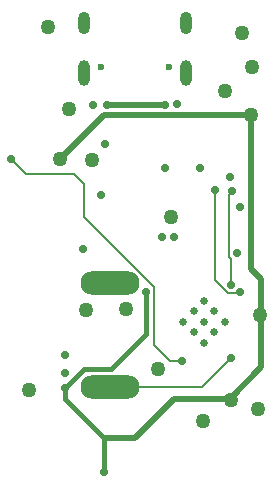
<source format=gbl>
G04*
G04 #@! TF.GenerationSoftware,Altium Limited,Altium Designer,21.7.2 (23)*
G04*
G04 Layer_Physical_Order=4*
G04 Layer_Color=16711680*
%FSLAX25Y25*%
%MOIN*%
G70*
G04*
G04 #@! TF.SameCoordinates,D6489F60-8050-45FC-BC62-49AB9328694B*
G04*
G04*
G04 #@! TF.FilePolarity,Positive*
G04*
G01*
G75*
%ADD63C,0.01500*%
%ADD65C,0.02000*%
%ADD67C,0.00669*%
%ADD71C,0.00669*%
%ADD73O,0.19685X0.07874*%
%ADD74C,0.02362*%
%ADD75O,0.03937X0.08661*%
%ADD76O,0.03937X0.07480*%
%ADD77C,0.05000*%
%ADD78C,0.02756*%
%ADD79C,0.02559*%
D63*
X37000Y37500D02*
X48500Y49000D01*
Y63000D01*
X28000Y37500D02*
X37000D01*
X21500Y31000D02*
X28000Y37500D01*
X21628Y27372D02*
X34500Y14500D01*
Y3000D02*
Y14500D01*
X21628Y27372D02*
Y30872D01*
X21500Y31000D02*
X21628Y30872D01*
D65*
X34500Y14500D02*
X45000D01*
X58000Y27500D01*
X76500D01*
X87000Y38000D01*
Y67500D01*
X83716Y70784D02*
X87000Y67500D01*
X83716Y70784D02*
Y122216D01*
X34622Y122122D02*
X83622D01*
X83716Y122216D01*
X20000Y107500D02*
X34622Y122122D01*
X35500Y125500D02*
X55000D01*
D67*
X67307Y31307D02*
X77000Y41000D01*
X36500Y31307D02*
X67307D01*
X3500Y107500D02*
X8500Y102500D01*
X24500D02*
X28000Y99000D01*
X8500Y102500D02*
X24500D01*
X28000Y88000D02*
Y99000D01*
Y88000D02*
X51213Y64787D01*
Y45287D02*
Y64787D01*
Y45287D02*
X56500Y40000D01*
X60500D01*
D71*
X72664Y66000D02*
Y66000D01*
X71500Y67164D02*
Y97000D01*
Y67164D02*
X72664Y66000D01*
Y66000D02*
X75876Y62787D01*
X79787D01*
X80000Y63000D01*
X76288Y74876D02*
Y95331D01*
X77237Y96280D01*
X77000Y65500D02*
Y74164D01*
X76288Y74876D02*
X77000Y74164D01*
X77237Y96280D02*
Y96845D01*
D73*
X36500Y31307D02*
D03*
Y65953D02*
D03*
D74*
X33583Y138201D02*
D03*
X56417D02*
D03*
D75*
X62028Y136232D02*
D03*
X27972D02*
D03*
D76*
Y152768D02*
D03*
X62028D02*
D03*
D77*
X86000Y24000D02*
D03*
X67500Y20000D02*
D03*
X9500Y30500D02*
D03*
X52500Y37500D02*
D03*
X28500Y57000D02*
D03*
X42000Y57500D02*
D03*
X57000Y88000D02*
D03*
X30500Y107000D02*
D03*
X23000Y124000D02*
D03*
X16000Y151500D02*
D03*
X75000Y130000D02*
D03*
X84000Y138000D02*
D03*
X80500Y149500D02*
D03*
X86500Y55500D02*
D03*
X77000Y27000D02*
D03*
X20000Y107500D02*
D03*
X83716Y122216D02*
D03*
D78*
X3500Y107500D02*
D03*
X48500Y63000D02*
D03*
X21500Y36000D02*
D03*
Y42000D02*
D03*
Y31000D02*
D03*
X80000Y91500D02*
D03*
X59000Y125594D02*
D03*
X60500Y40000D02*
D03*
X77000Y41000D02*
D03*
X34839Y112396D02*
D03*
X54839Y104396D02*
D03*
X66500Y104500D02*
D03*
X76500Y101500D02*
D03*
X79000Y76000D02*
D03*
X34500Y3000D02*
D03*
X71500Y97000D02*
D03*
X77237Y96845D02*
D03*
X77000Y65500D02*
D03*
X80000Y63000D02*
D03*
X54000Y81500D02*
D03*
X58000D02*
D03*
X27500Y77500D02*
D03*
X33500Y95500D02*
D03*
X55000Y125500D02*
D03*
X31000D02*
D03*
X35500D02*
D03*
D79*
X74907Y53190D02*
D03*
X71427Y56670D02*
D03*
X67947Y60150D02*
D03*
X60987Y53190D02*
D03*
X64467Y49711D02*
D03*
X67947Y46231D02*
D03*
X71427Y49711D02*
D03*
X64467Y56670D02*
D03*
X67947Y53190D02*
D03*
M02*

</source>
